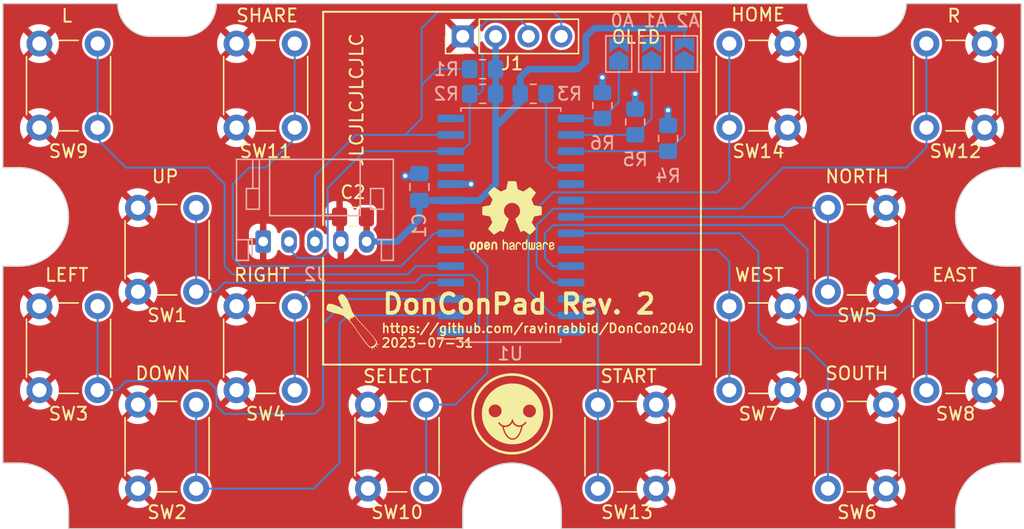
<source format=kicad_pcb>
(kicad_pcb (version 20230620) (generator pcbnew)
  (title_block (title "DonConPad") (date "2023-07-31") (rev "2") (company "ravinrabbid"))
  (layers (0 "F.Cu" signal) (31 "B.Cu" signal) (34 "B.Paste" user) (35 "F.Paste" user) (36 "B.SilkS" user "B.Silkscreen") (37 "F.SilkS" user "F.Silkscreen") (38 "B.Mask" user) (39 "F.Mask" user) (44 "Edge.Cuts" user))
  (net 0 "")
  (net 1 "GND")
  (net 2 "+3V3")
  (net 3 "SCL")
  (net 4 "SDA")
  (net 5 "Net-(JP1-A)")
  (net 6 "Net-(JP2-A)")
  (net 7 "Net-(JP3-A)")
  (net 8 "Net-(U1-~{RESET})")
  (net 9 "Net-(U1-GPB0)")
  (net 10 "Net-(U1-GPB1)")
  (net 11 "Net-(U1-GPB2)")
  (net 12 "Net-(U1-GPB3)")
  (net 13 "Net-(U1-GPA0)")
  (net 14 "Net-(U1-GPA1)")
  (net 15 "Net-(U1-GPA2)")
  (net 16 "Net-(U1-GPA3)")
  (net 17 "Net-(U1-GPB4)")
  (net 18 "Net-(U1-GPB5)")
  (net 19 "Net-(U1-GPB6)")
  (net 20 "Net-(U1-GPA4)")
  (net 21 "Net-(U1-GPA5)")
  (net 22 "Net-(U1-GPA6)")
  (footprint "Button_Switch_THT:SW_PUSH_6mm_H5mm" (layer "F.Cu") (at 157.77 85.8 90)
    (property "Reference" "SW14" (at -1.83 2.25 0) (layer "F.SilkS"))
    (property "Value" "Home")
    (pad "1" thru_hole circle (at 0 0 180) (size 2 2) (drill 1.1) (layers "*.Cu" "*.Mask") (net 22 "Net-(U1-GPA6)"))
    (pad "1" thru_hole circle (at 6.5 0 180) (size 2 2) (drill 1.1) (layers "*.Cu" "*.Mask") (net 22 "Net-(U1-GPA6)"))
    (pad "2" thru_hole circle (at 0 4.5 180) (size 2 2) (drill 1.1) (layers "*.Cu" "*.Mask") (net 1 "GND"))
    (pad "2" thru_hole circle (at 6.5 4.5 180) (size 2 2) (drill 1.1) (layers "*.Cu" "*.Mask") (net 1 "GND"))
  )
  (footprint "CustomLogos:Leek-Logo_6.3mm_Silkscreen" (layer "F.Cu") (at 128.66413 100.856962)
    (property "Reference" "LOGO2" hide)
    (property "Value" "LOGO" hide)
  )
  (footprint "Capacitor_SMD:C_0805_2012Metric_Pad1.18x1.45mm_HandSolder" (layer "F.Cu") (at 128.6725 92.71)
    (property "Reference" "C2" (at 0 -1.905 0) (layer "F.SilkS"))
    (property "Value" "10uF")
    (pad "1" smd roundrect (at -1.0375 0) (size 1.175 1.45) (layers "F.Cu" "F.Paste" "F.Mask") (roundrect_rratio 0.2127659574) (net 1 "GND"))
    (pad "2" smd roundrect (at 1.0375 0) (size 1.175 1.45) (layers "F.Cu" "F.Paste" "F.Mask") (roundrect_rratio 0.2127659574) (net 2 "+3V3"))
  )
  (footprint "Symbol:OSHW-Logo2_7.3x6mm_SilkScreen" (layer "F.Cu") (at 140.97 92.71)
    (property "Reference" "LOGO1" hide)
    (property "Value" "OSHW-Logo2_7.3x6mm_SilkScreen" hide)
  )
  (footprint "Connector_PinHeader_2.54mm:PinHeader_1x04_P2.54mm_Vertical" (layer "F.Cu") (at 137.16 78.74 90)
    (property "Reference" "J1" (at -2.097136 3.820004 0) (layer "F.SilkS"))
    (property "Value" "Display")
    (pad "1" thru_hole rect (at 0 0 90) (size 1.7 1.7) (drill 1) (layers "*.Cu" "*.Mask") (net 1 "GND"))
    (pad "2" thru_hole oval (at 0 2.54 90) (size 1.7 1.7) (drill 1) (layers "*.Cu" "*.Mask") (net 2 "+3V3"))
    (pad "3" thru_hole oval (at 0 5.08 90) (size 1.7 1.7) (drill 1) (layers "*.Cu" "*.Mask") (net 3 "SCL"))
    (pad "4" thru_hole oval (at 0 7.62 90) (size 1.7 1.7) (drill 1) (layers "*.Cu" "*.Mask") (net 4 "SDA"))
  )
  (footprint "Button_Switch_THT:SW_PUSH_6mm_H5mm" (layer "F.Cu") (at 157.77 106.12 90)
    (property "Reference" "SW7" (at -1.83 2.25 0) (layer "F.SilkS"))
    (property "Value" "West")
    (pad "1" thru_hole circle (at 0 0 180) (size 2 2) (drill 1.1) (layers "*.Cu" "*.Mask") (net 15 "Net-(U1-GPA2)"))
    (pad "1" thru_hole circle (at 6.5 0 180) (size 2 2) (drill 1.1) (layers "*.Cu" "*.Mask") (net 15 "Net-(U1-GPA2)"))
    (pad "2" thru_hole circle (at 0 4.5 180) (size 2 2) (drill 1.1) (layers "*.Cu" "*.Mask") (net 1 "GND"))
    (pad "2" thru_hole circle (at 6.5 4.5 180) (size 2 2) (drill 1.1) (layers "*.Cu" "*.Mask") (net 1 "GND"))
  )
  (footprint "Button_Switch_THT:SW_PUSH_6mm_H5mm" (layer "F.Cu") (at 173.01 106.12 90)
    (property "Reference" "SW8" (at -1.83 2.25 0) (layer "F.SilkS"))
    (property "Value" "East")
    (pad "1" thru_hole circle (at 0 0 180) (size 2 2) (drill 1.1) (layers "*.Cu" "*.Mask") (net 16 "Net-(U1-GPA3)"))
    (pad "1" thru_hole circle (at 6.5 0 180) (size 2 2) (drill 1.1) (layers "*.Cu" "*.Mask") (net 16 "Net-(U1-GPA3)"))
    (pad "2" thru_hole circle (at 0 4.5 180) (size 2 2) (drill 1.1) (layers "*.Cu" "*.Mask") (net 1 "GND"))
    (pad "2" thru_hole circle (at 6.5 4.5 180) (size 2 2) (drill 1.1) (layers "*.Cu" "*.Mask") (net 1 "GND"))
  )
  (footprint "Button_Switch_THT:SW_PUSH_6mm_H5mm" (layer "F.Cu") (at 124.17 79.3 -90)
    (property "Reference" "SW11" (at 8.33 2.25 180) (layer "F.SilkS"))
    (property "Value" "Share")
    (pad "1" thru_hole circle (at 0 0) (size 2 2) (drill 1.1) (layers "*.Cu" "*.Mask") (net 19 "Net-(U1-GPB6)"))
    (pad "1" thru_hole circle (at 6.5 0) (size 2 2) (drill 1.1) (layers "*.Cu" "*.Mask") (net 19 "Net-(U1-GPB6)"))
    (pad "2" thru_hole circle (at 0 4.5) (size 2 2) (drill 1.1) (layers "*.Cu" "*.Mask") (net 1 "GND"))
    (pad "2" thru_hole circle (at 6.5 4.5) (size 2 2) (drill 1.1) (layers "*.Cu" "*.Mask") (net 1 "GND"))
  )
  (footprint "CustomLogos:Donchan-Logo_6.3mm_Silkscreen" (layer "F.Cu") (at 140.97 107.95)
    (property "Reference" "LOGO3" hide)
    (property "Value" "Donchan-Logo_6.3mm_Silkscreen" hide)
  )
  (footprint "Button_Switch_THT:SW_PUSH_6mm_H5mm" (layer "F.Cu") (at 165.39 113.74 90)
    (property "Reference" "SW6" (at -1.83 2.25 0) (layer "F.SilkS"))
    (property "Value" "South")
    (pad "1" thru_hole circle (at 0 0 180) (size 2 2) (drill 1.1) (layers "*.Cu" "*.Mask") (net 14 "Net-(U1-GPA1)"))
    (pad "1" thru_hole circle (at 6.5 0 180) (size 2 2) (drill 1.1) (layers "*.Cu" "*.Mask") (net 14 "Net-(U1-GPA1)"))
    (pad "2" thru_hole circle (at 0 4.5 180) (size 2 2) (drill 1.1) (layers "*.Cu" "*.Mask") (net 1 "GND"))
    (pad "2" thru_hole circle (at 6.5 4.5 180) (size 2 2) (drill 1.1) (layers "*.Cu" "*.Mask") (net 1 "GND"))
  )
  (footprint "Button_Switch_THT:SW_PUSH_6mm_H5mm" (layer "F.Cu") (at 147.61 113.74 90)
    (property "Reference" "SW13" (at -1.83 2.25 0) (layer "F.SilkS"))
    (property "Value" "Start")
    (pad "1" thru_hole circle (at 0 0 180) (size 2 2) (drill 1.1) (layers "*.Cu" "*.Mask") (net 21 "Net-(U1-GPA5)"))
    (pad "1" thru_hole circle (at 6.5 0 180) (size 2 2) (drill 1.1) (layers "*.Cu" "*.Mask") (net 21 "Net-(U1-GPA5)"))
    (pad "2" thru_hole circle (at 0 4.5 180) (size 2 2) (drill 1.1) (layers "*.Cu" "*.Mask") (net 1 "GND"))
    (pad "2" thru_hole circle (at 6.5 4.5 180) (size 2 2) (drill 1.1) (layers "*.Cu" "*.Mask") (net 1 "GND"))
  )
  (footprint "Button_Switch_THT:SW_PUSH_6mm_H5mm" (layer "F.Cu") (at 116.55 92 -90)
    (property "Reference" "SW1" (at 8.33 2.25 180) (layer "F.SilkS"))
    (property "Value" "Up")
    (pad "1" thru_hole circle (at 0 0) (size 2 2) (drill 1.1) (layers "*.Cu" "*.Mask") (net 9 "Net-(U1-GPB0)"))
    (pad "1" thru_hole circle (at 6.5 0) (size 2 2) (drill 1.1) (layers "*.Cu" "*.Mask") (net 9 "Net-(U1-GPB0)"))
    (pad "2" thru_hole circle (at 0 4.5) (size 2 2) (drill 1.1) (layers "*.Cu" "*.Mask") (net 1 "GND"))
    (pad "2" thru_hole circle (at 6.5 4.5) (size 2 2) (drill 1.1) (layers "*.Cu" "*.Mask") (net 1 "GND"))
  )
  (footprint "Button_Switch_THT:SW_PUSH_6mm_H5mm" (layer "F.Cu") (at 173.01 85.8 90)
    (property "Reference" "SW12" (at -1.83 2.25 0) (layer "F.SilkS"))
    (property "Value" "R")
    (pad "1" thru_hole circle (at 0 0 180) (size 2 2) (drill 1.1) (layers "*.Cu" "*.Mask") (net 20 "Net-(U1-GPA4)"))
    (pad "1" thru_hole circle (at 6.5 0 180) (size 2 2) (drill 1.1) (layers "*.Cu" "*.Mask") (net 20 "Net-(U1-GPA4)"))
    (pad "2" thru_hole circle (at 0 4.5 180) (size 2 2) (drill 1.1) (layers "*.Cu" "*.Mask") (net 1 "GND"))
    (pad "2" thru_hole circle (at 6.5 4.5 180) (size 2 2) (drill 1.1) (layers "*.Cu" "*.Mask") (net 1 "GND"))
  )
  (footprint "Button_Switch_THT:SW_PUSH_6mm_H5mm" (layer "F.Cu") (at 108.93 99.62 -90)
    (property "Reference" "SW3" (at 8.33 2.25 180) (layer "F.SilkS"))
    (property "Value" "Left")
    (pad "1" thru_hole circle (at 0 0) (size 2 2) (drill 1.1) (layers "*.Cu" "*.Mask") (net 11 "Net-(U1-GPB2)"))
    (pad "1" thru_hole circle (at 6.5 0) (size 2 2) (drill 1.1) (layers "*.Cu" "*.Mask") (net 11 "Net-(U1-GPB2)"))
    (pad "2" thru_hole circle (at 0 4.5) (size 2 2) (drill 1.1) (layers "*.Cu" "*.Mask") (net 1 "GND"))
    (pad "2" thru_hole circle (at 6.5 4.5) (size 2 2) (drill 1.1) (layers "*.Cu" "*.Mask") (net 1 "GND"))
  )
  (footprint "Button_Switch_THT:SW_PUSH_6mm_H5mm" (layer "F.Cu") (at 124.17 99.62 -90)
    (property "Reference" "SW4" (at 8.33 2.25 180) (layer "F.SilkS"))
    (property "Value" "Right")
    (pad "1" thru_hole circle (at 0 0) (size 2 2) (drill 1.1) (layers "*.Cu" "*.Mask") (net 12 "Net-(U1-GPB3)"))
    (pad "1" thru_hole circle (at 6.5 0) (size 2 2) (drill 1.1) (layers "*.Cu" "*.Mask") (net 12 "Net-(U1-GPB3)"))
    (pad "2" thru_hole circle (at 0 4.5) (size 2 2) (drill 1.1) (layers "*.Cu" "*.Mask") (net 1 "GND"))
    (pad "2" thru_hole circle (at 6.5 4.5) (size 2 2) (drill 1.1) (layers "*.Cu" "*.Mask") (net 1 "GND"))
  )
  (footprint "Button_Switch_THT:SW_PUSH_6mm_H5mm" (layer "F.Cu") (at 165.39 98.5 90)
    (property "Reference" "SW5" (at -1.83 2.25 0) (layer "F.SilkS"))
    (property "Value" "North")
    (pad "1" thru_hole circle (at 0 0 180) (size 2 2) (drill 1.1) (layers "*.Cu" "*.Mask") (net 13 "Net-(U1-GPA0)"))
    (pad "1" thru_hole circle (at 6.5 0 180) (size 2 2) (drill 1.1) (layers "*.Cu" "*.Mask") (net 13 "Net-(U1-GPA0)"))
    (pad "2" thru_hole circle (at 0 4.5 180) (size 2 2) (drill 1.1) (layers "*.Cu" "*.Mask") (net 1 "GND"))
    (pad "2" thru_hole circle (at 6.5 4.5 180) (size 2 2) (drill 1.1) (layers "*.Cu" "*.Mask") (net 1 "GND"))
  )
  (footprint "Button_Switch_THT:SW_PUSH_6mm_H5mm" (layer "F.Cu") (at 108.93 79.3 -90)
    (property "Reference" "SW9" (at 8.33 2.25 180) (layer "F.SilkS"))
    (property "Value" "L")
    (pad "1" thru_hole circle (at 0 0) (size 2 2) (drill 1.1) (layers "*.Cu" "*.Mask") (net 17 "Net-(U1-GPB4)"))
    (pad "1" thru_hole circle (at 6.5 0) (size 2 2) (drill 1.1) (layers "*.Cu" "*.Mask") (net 17 "Net-(U1-GPB4)"))
    (pad "2" thru_hole circle (at 0 4.5) (size 2 2) (drill 1.1) (layers "*.Cu" "*.Mask") (net 1 "GND"))
    (pad "2" thru_hole circle (at 6.5 4.5) (size 2 2) (drill 1.1) (layers "*.Cu" "*.Mask") (net 1 "GND"))
  )
  (footprint "Button_Switch_THT:SW_PUSH_6mm_H5mm" (layer "F.Cu") (at 134.33 107.24 -90)
    (property "Reference" "SW10" (at 8.33 2.25 180) (layer "F.SilkS"))
    (property "Value" "Select")
    (pad "1" thru_hole circle (at 0 0) (size 2 2) (drill 1.1) (layers "*.Cu" "*.Mask") (net 18 "Net-(U1-GPB5)"))
    (pad "1" thru_hole circle (at 6.5 0) (size 2 2) (drill 1.1) (layers "*.Cu" "*.Mask") (net 18 "Net-(U1-GPB5)"))
    (pad "2" thru_hole circle (at 0 4.5) (size 2 2) (drill 1.1) (layers "*.Cu" "*.Mask") (net 1 "GND"))
    (pad "2" thru_hole circle (at 6.5 4.5) (size 2 2) (drill 1.1) (layers "*.Cu" "*.Mask") (net 1 "GND"))
  )
  (footprint "Button_Switch_THT:SW_PUSH_6mm_H5mm" (layer "F.Cu") (at 116.55 107.24 -90)
    (property "Reference" "SW2" (at 8.33 2.25 180) (layer "F.SilkS"))
    (property "Value" "Down")
    (pad "1" thru_hole circle (at 0 0) (size 2 2) (drill 1.1) (layers "*.Cu" "*.Mask") (net 10 "Net-(U1-GPB1)"))
    (pad "1" thru_hole circle (at 6.5 0) (size 2 2) (drill 1.1) (layers "*.Cu" "*.Mask") (net 10 "Net-(U1-GPB1)"))
    (pad "2" thru_hole circle (at 0 4.5) (size 2 2) (drill 1.1) (layers "*.Cu" "*.Mask") (net 1 "GND"))
    (pad "2" thru_hole circle (at 6.5 4.5) (size 2 2) (drill 1.1) (layers "*.Cu" "*.Mask") (net 1 "GND"))
  )
  (footprint "Jumper:SolderJumper-2_P1.3mm_Open_TrianglePad1.0x1.5mm" (layer "B.Cu") (at 149.225 80.1 90)
    (property "Reference" "JP1" hide)
    (property "Value" "A0")
    (pad "1" smd custom (at -0.725 0 90) (size 0.3 0.3) (layers "B.Cu" "B.Mask") (net 5 "Net-(JP1-A)") (options (clearance outline) (anchor rect)) (primitives (gr_poly (pts (xy 1 0) (xy 0.5 -0.75) (xy -0.5 -0.75) (xy -0.5 0.75) (xy 0.5 0.75)) (width 0) (fill yes))))
    (pad "2" smd custom (at 0.725 0 90) (size 0.3 0.3) (layers "B.Cu" "B.Mask") (net 2 "+3V3") (options (clearance outline) (anchor rect)) (primitives (gr_poly (pts (xy 0.5 -0.75) (xy -0.65 -0.75) (xy -0.15 0) (xy -0.65 0.75) (xy 0.5 0.75)) (width 0) (fill yes))))
  )
  (footprint "Connector_JST:JST_PH_S5B-PH-K_1x05_P2.00mm_Horizontal" (layer "B.Cu") (at 121.73 94.615)
    (property "Reference" "J2" (at 4 2.55 0) (layer "B.SilkS") (effects (justify mirror)))
    (property "Value" "Host")
    (pad "1" thru_hole roundrect (at 0 0) (size 1.2 1.75) (drill 0.75) (layers "*.Cu" "*.Mask") (roundrect_rratio 0.2083333333) (net 1 "GND"))
    (pad "2" thru_hole oval (at 2 0) (size 1.2 1.75) (drill 0.75) (layers "*.Cu" "*.Mask") (net 3 "SCL"))
    (pad "3" thru_hole oval (at 4 0) (size 1.2 1.75) (drill 0.75) (layers "*.Cu" "*.Mask") (net 4 "SDA"))
    (pad "4" thru_hole oval (at 6 0) (size 1.2 1.75) (drill 0.75) (layers "*.Cu" "*.Mask") (net 1 "GND"))
    (pad "5" thru_hole oval (at 8 0) (size 1.2 1.75) (drill 0.75) (layers "*.Cu" "*.Mask") (net 2 "+3V3"))
  )
  (footprint "Resistor_SMD:R_0805_2012Metric_Pad1.20x1.40mm_HandSolder" (layer "B.Cu") (at 147.955 84.09 90)
    (property "Reference" "R6" (at -2.905 0 0) (layer "B.SilkS") (effects (justify mirror)))
    (property "Value" "10k")
    (pad "1" smd roundrect (at -1 0 90) (size 1.2 1.4) (layers "B.Cu" "B.Paste" "B.Mask") (roundrect_rratio 0.2083333333) (net 5 "Net-(JP1-A)"))
    (pad "2" smd roundrect (at 1 0 90) (size 1.2 1.4) (layers "B.Cu" "B.Paste" "B.Mask") (roundrect_rratio 0.2083333333) (net 1 "GND"))
  )
  (footprint "Resistor_SMD:R_0805_2012Metric_Pad1.20x1.40mm_HandSolder" (layer "B.Cu") (at 138.7 83.185 180)
    (property "Reference" "R2" (at 2.81 0 180) (layer "B.SilkS") (effects (justify mirror)))
    (property "Value" "10k")
    (pad "1" smd roundrect (at -1 0 180) (size 1.2 1.4) (layers "B.Cu" "B.Paste" "B.Mask") (roundrect_rratio 0.2083333333) (net 2 "+3V3"))
    (pad "2" smd roundrect (at 1 0 180) (size 1.2 1.4) (layers "B.Cu" "B.Paste" "B.Mask") (roundrect_rratio 0.2083333333) (net 3 "SCL"))
  )
  (footprint "Jumper:SolderJumper-2_P1.3mm_Open_TrianglePad1.0x1.5mm" (layer "B.Cu") (at 154.305 80.1 90)
    (property "Reference" "JP3" hide)
    (property "Value" "A2")
    (pad "1" smd custom (at -0.725 0 90) (size 0.3 0.3) (layers "B.Cu" "B.Mask") (net 7 "Net-(JP3-A)") (options (clearance outline) (anchor rect)) (primitives (gr_poly (pts (xy 1 0) (xy 0.5 -0.75) (xy -0.5 -0.75) (xy -0.5 0.75) (xy 0.5 0.75)) (width 0) (fill yes))))
    (pad "2" smd custom (at 0.725 0 90) (size 0.3 0.3) (layers "B.Cu" "B.Mask") (net 2 "+3V3") (options (clearance outline) (anchor rect)) (primitives (gr_poly (pts (xy 0.5 -0.75) (xy -0.65 -0.75) (xy -0.15 0) (xy -0.65 0.75) (xy 0.5 0.75)) (width 0) (fill yes))))
  )
  (footprint "Resistor_SMD:R_0805_2012Metric_Pad1.20x1.40mm_HandSolder" (layer "B.Cu") (at 138.7 81.28 180)
    (property "Reference" "R1" (at 2.81 0 180) (layer "B.SilkS") (effects (justify mirror)))
    (property "Value" "10k")
    (pad "1" smd roundrect (at -1 0 180) (size 1.2 1.4) (layers "B.Cu" "B.Paste" "B.Mask") (roundrect_rratio 0.2083333333) (net 2 "+3V3"))
    (pad "2" smd roundrect (at 1 0 180) (size 1.2 1.4) (layers "B.Cu" "B.Paste" "B.Mask") (roundrect_rratio 0.2083333333) (net 4 "SDA"))
  )
  (footprint "Resistor_SMD:R_0805_2012Metric_Pad1.20x1.40mm_HandSolder" (layer "B.Cu") (at 142.605 83.185)
    (property "Reference" "R3" (at 2.81 0 0) (layer "B.SilkS") (effects (justify mirror)))
    (property "Value" "10k")
    (pad "1" smd roundrect (at -1 0) (size 1.2 1.4) (layers "B.Cu" "B.Paste" "B.Mask") (roundrect_rratio 0.2083333333) (net 2 "+3V3"))
    (pad "2" smd roundrect (at 1 0) (size 1.2 1.4) (layers "B.Cu" "B.Paste" "B.Mask") (roundrect_rratio 0.2083333333) (net 8 "Net-(U1-~{RESET})"))
  )
  (footprint "Package_SO:SOIC-28W_7.5x17.9mm_P1.27mm" (layer "B.Cu") (at 140.881072 93.345)
    (property "Reference" "U1" (at -0.051327 9.95347 0) (layer "B.SilkS") (effects (justify mirror)))
    (property "Value" "MCP23017_SO")
    (pad "1" smd roundrect (at -4.65 8.255) (size 2.05 0.6) (layers "B.Cu" "B.Paste" "B.Mask") (net 9 "Net-(U1-GPB0)"))
    (pad "2" smd roundrect (at -4.65 6.985) (size 2.05 0.6) (layers "B.Cu" "B.Paste" "B.Mask") (net 10 "Net-(U1-GPB1)"))
    (pad "3" smd roundrect (at -4.65 5.715) (size 2.05 0.6) (layers "B.Cu" "B.Paste" "B.Mask") (net 11 "Net-(U1-GPB2)"))
    (pad "4" smd roundrect (at -4.65 4.445) (size 2.05 0.6) (layers "B.Cu" "B.Paste" "B.Mask") (net 12 "Net-(U1-GPB3)"))
    (pad "5" smd roundrect (at -4.65 3.175) (size 2.05 0.6) (layers "B.Cu" "B.Paste" "B.Mask") (net 17 "Net-(U1-GPB4)"))
    (pad "6" smd roundrect (at -4.65 1.905) (size 2.05 0.6) (layers "B.Cu" "B.Paste" "B.Mask") (net 18 "Net-(U1-GPB5)"))
    (pad "7" smd roundrect (at -4.65 0.635) (size 2.05 0.6) (layers "B.Cu" "B.Paste" "B.Mask") (net 19 "Net-(U1-GPB6)"))
    (pad "8" smd roundrect (at -4.65 -0.635) (size 2.05 0.6) (layers "B.Cu" "B.Paste" "B.Mask"))
    (pad "9" smd roundrect (at -4.65 -1.905) (size 2.05 0.6) (layers "B.Cu" "B.Paste" "B.Mask") (net 2 "+3V3"))
    (pad "10" smd roundrect (at -4.65 -3.175) (size 2.05 0.6) (layers "B.Cu" "B.Paste" "B.Mask") (net 1 "GND"))
    (pad "11" smd roundrect (at -4.65 -4.445) (size 2.05 0.6) (layers "B.Cu" "B.Paste" "B.Mask"))
    (pad "12" smd roundrect (at -4.65 -5.715) (size 2.05 0.6) (layers "B.Cu" "B.Paste" "B.Mask") (net 3 "SCL"))
    (pad "13" smd roundrect (at -4.65 -6.985) (size 2.05 0.6) (layers "B.Cu" "B.Paste" "B.Mask") (net 4 "SDA"))
    (pad "14" smd roundrect (at -4.65 -8.255) (size 2.05 0.6) (layers "B.Cu" "B.Paste" "B.Mask"))
    (pad "15" smd roundrect (at 4.65 -8.255) (size 2.05 0.6) (layers "B.Cu" "B.Paste" "B.Mask") (net 5 "Net-(JP1-A)"))
    (pad "16" smd roundrect (at 4.65 -6.985) (size 2.05 0.6) (layers "B.Cu" "B.Paste" "B.Mask") (net 6 "Net-(JP2-A)"))
    (pad "17" smd roundrect (at 4.65 -5.715) (size 2.05 0.6) (layers "B.Cu" "B.Paste" "B.Mask") (net 7 "Net-(JP3-A)"))
    (pad "18" smd roundrect (at 4.65 -4.445) (size 2.05 0.6) (layers "B.Cu" "B.Paste" "B.Mask") (net 8 "Net-(U1-~{RESET})"))
    (pad "19" smd roundrect (at 4.65 -3.175) (size 2.05 0.6) (layers "B.Cu" "B.Paste" "B.Mask"))
    (pad "20" smd roundrect (at 4.65 -1.905) (size 2.05 0.6) (layers "B.Cu" "B.Paste" "B.Mask"))
    (pad "21" smd roundrect (at 4.65 -0.635) (size 2.05 0.6) (layers "B.Cu" "B.Paste" "B.Mask") (net 13 "Net-(U1-GPA0)"))
    (pad "22" smd roundrect (at 4.65 0.635) (size 2.05 0.6) (layers "B.Cu" "B.Paste" "B.Mask") (net 14 "Net-(U1-GPA1)"))
    (pad "23" smd roundrect (at 4.65 1.905) (size 2.05 0.6) (layers "B.Cu" "B.Paste" "B.Mask") (net 15 "Net-(U1-GPA2)"))
    (pad "24" smd roundrect (at 4.65 3.175) (size 2.05 0.6) (layers "B.Cu" "B.Paste" "B.Mask") (net 16 "Net-(U1-GPA3)"))
    (pad "25" smd roundrect (at 4.65 4.445) (size 2.05 0.6) (layers "B.Cu" "B.Paste" "B.Mask") (net 20 "Net-(U1-GPA4)"))
    (pad "26" smd roundrect (at 4.65 5.715) (size 2.05 0.6) (layers "B.Cu" "B.Paste" "B.Mask") (net 21 "Net-(U1-GPA5)"))
    (pad "27" smd roundrect (at 4.65 6.985) (size 2.05 0.6) (layers "B.Cu" "B.Paste" "B.Mask") (net 22 "Net-(U1-GPA6)"))
    (pad "28" smd roundrect (at 4.65 8.255) (size 2.05 0.6) (layers "B.Cu" "B.Paste" "B.Mask"))
  )
  (footprint "Jumper:SolderJumper-2_P1.3mm_Open_TrianglePad1.0x1.5mm" (layer "B.Cu") (at 151.765 80.1 90)
    (property "Reference" "JP2" hide)
    (property "Value" "A1")
    (pad "1" smd custom (at -0.725 0 90) (size 0.3 0.3) (layers "B.Cu" "B.Mask") (net 6 "Net-(JP2-A)") (options (clearance outline) (anchor rect)) (primitives (gr_poly (pts (xy 1 0) (xy 0.5 -0.75) (xy -0.5 -0.75) (xy -0.5 0.75) (xy 0.5 0.75)) (width 0) (fill yes))))
    (pad "2" smd custom (at 0.725 0 90) (size 0.3 0.3) (layers "B.Cu" "B.Mask") (net 2 "+3V3") (options (clearance outline) (anchor rect)) (primitives (gr_poly (pts (xy 0.5 -0.75) (xy -0.65 -0.75) (xy -0.15 0) (xy -0.65 0.75) (xy 0.5 0.75)) (width 0) (fill yes))))
  )
  (footprint "Resistor_SMD:R_0805_2012Metric_Pad1.20x1.40mm_HandSolder" (layer "B.Cu") (at 150.495 85.36 90)
    (property "Reference" "R5" (at -2.905 0 0) (layer "B.SilkS") (effects (justify mirror)))
    (property "Value" "10k")
    (pad "1" smd roundrect (at -1 0 90) (size 1.2 1.4) (layers "B.Cu" "B.Paste" "B.Mask") (roundrect_rratio 0.2083333333) (net 6 "Net-(JP2-A)"))
    (pad "2" smd roundrect (at 1 0 90) (size 1.2 1.4) (layers "B.Cu" "B.Paste" "B.Mask") (roundrect_rratio 0.2083333333) (net 1 "GND"))
  )
  (footprint "Capacitor_SMD:C_0805_2012Metric_Pad1.18x1.45mm_HandSolder" (layer "B.Cu") (at 133.809075 90.4025 -90)
    (property "Reference" "C1" (at 2.966704 0.006427 90) (layer "B.SilkS") (effects (justify mirror)))
    (property "Value" "0.1uF")
    (pad "1" smd roundrect (at -1.0375 0 270) (size 1.175 1.45) (layers "B.Cu" "B.Paste" "B.Mask") (roundrect_rratio 0.2127659574) (net 1 "GND"))
    (pad "2" smd roundrect (at 1.0375 0 270) (size 1.175 1.45) (layers "B.Cu" "B.Paste" "B.Mask") (roundrect_rratio 0.2127659574) (net 2 "+3V3"))
  )
  (footprint "Resistor_SMD:R_0805_2012Metric_Pad1.20x1.40mm_HandSolder" (layer "B.Cu") (at 153.035 86.63 90)
    (property "Reference" "R4" (at -2.905 0.007139 0) (layer "B.SilkS") (effects (justify mirror)))
    (property "Value" "10k")
    (pad "1" smd roundrect (at -1 0 90) (size 1.2 1.4) (layers "B.Cu" "B.Paste" "B.Mask") (roundrect_rratio 0.2083333333) (net 7 "Net-(JP3-A)"))
    (pad "2" smd roundrect (at 1 0 90) (size 1.2 1.4) (layers "B.Cu" "B.Paste" "B.Mask") (roundrect_rratio 0.2083333333) (net 1 "GND"))
  )
  (gr_line (start 126.365 76.835) (end 126.365 93.345) (stroke (width 0.15)) (layer "F.SilkS"))
  (gr_line (start 126.365 104.14) (end 155.575 104.14) (stroke (width 0.15)) (layer "F.SilkS"))
  (gr_line (start 155.575 104.14) (end 155.575 76.835) (stroke (width 0.15)) (layer "F.SilkS"))
  (gr_line (start 126.365 95.885) (end 126.365 104.14) (stroke (width 0.15)) (layer "F.SilkS"))
  (gr_line (start 126.365 76.835) (end 155.575 76.835) (stroke (width 0.15)) (layer "F.SilkS"))
  (gr_arc (start 102.87 88.9) (mid 106.68 92.71) (end 102.87 96.52) (stroke (width 0.1)) (layer "Edge.Cuts"))
  (gr_line (start 180.34 111.76) (end 180.34 96.52) (stroke (width 0.1)) (layer "Edge.Cuts"))
  (gr_line (start 110.49 76.2) (end 101.6 76.2) (stroke (width 0.1)) (layer "Edge.Cuts"))
  (gr_line (start 179.07 111.76) (end 180.34 111.76) (stroke (width 0.1)) (layer "Edge.Cuts"))
  (gr_line (start 171.45 76.2) (end 180.34 76.2) (stroke (width 0.1)) (layer "Edge.Cuts"))
  (gr_line (start 163.83 76.2) (end 118.11 76.2) (stroke (width 0.1)) (layer "Edge.Cuts"))
  (gr_arc (start 175.26 115.57) (mid 176.375923 112.875923) (end 179.07 111.76) (stroke (width 0.1)) (layer "Edge.Cuts"))
  (gr_line (start 106.68 115.57) (end 106.68 116.84) (stroke (width 0.1)) (layer "Edge.Cuts"))
  (gr_arc (start 102.87 111.76) (mid 105.564077 112.875923) (end 106.68 115.57) (stroke (width 0.1)) (layer "Edge.Cuts"))
  (gr_arc (start 113.03 78.74) (mid 111.233949 77.996051) (end 110.49 76.2) (stroke (width 0.1)) (layer "Edge.Cuts"))
  (gr_line (start 180.34 88.9) (end 180.34 76.2) (stroke (width 0.1)) (layer "Edge.Cuts"))
  (gr_line (start 179.07 88.9) (end 180.34 88.9) (stroke (width 0.1)) (layer "Edge.Cuts"))
  (gr_line (start 113.03 78.74) (end 115.57 78.74) (stroke (width 0.1)) (layer "Edge.Cuts"))
  (gr_arc (start 137.16 115.57) (mid 140.97 111.76) (end 144.78 115.57) (stroke (width 0.1)) (layer "Edge.Cuts"))
  (gr_line (start 144.78 115.57) (end 144.78 116.84) (stroke (width 0.1)) (layer "Edge.Cuts"))
  (gr_line (start 101.6 96.52) (end 101.6 111.76) (stroke (width 0.1)) (layer "Edge.Cuts"))
  (gr_line (start 102.87 88.9) (end 101.6 88.9) (stroke (width 0.1)) (layer "Edge.Cuts"))
  (gr_line (start 106.68 116.84) (end 137.16 116.84) (stroke (width 0.1)) (layer "Edge.Cuts"))
  (gr_arc (start 118.11 76.2) (mid 117.366051 77.996051) (end 115.57 78.74) (stroke (width 0.1)) (layer "Edge.Cuts"))
  (gr_arc (start 171.45 76.2) (mid 170.706051 77.996051) (end 168.91 78.74) (stroke (width 0.1)) (layer "Edge.Cuts"))
  (gr_line (start 144.78 116.84) (end 175.26 116.84) (stroke (width 0.1)) (layer "Edge.Cuts"))
  (gr_arc (start 166.37 78.74) (mid 164.573949 77.996051) (end 163.83 76.2) (stroke (width 0.1)) (layer "Edge.Cuts"))
  (gr_line (start 175.26 115.57) (end 175.26 116.84) (stroke (width 0.1)) (layer "Edge.Cuts"))
  (gr_line (start 166.37 78.74) (end 168.91 78.74) (stroke (width 0.1)) (layer "Edge.Cuts"))
  (gr_line (start 102.87 96.52) (end 101.6 96.52) (stroke (width 0.1)) (layer "Edge.Cuts"))
  (gr_line (start 179.07 96.52) (end 180.34 96.52) (stroke (width 0.1)) (layer "Edge.Cuts"))
  (gr_line (start 137.16 115.57) (end 137.16 116.84) (stroke (width 0.1)) (layer "Edge.Cuts"))
  (gr_line (start 102.87 111.76) (end 101.6 111.76) (stroke (width 0.1)) (layer "Edge.Cuts"))
  (gr_arc (start 179.07 96.52) (mid 175.26 92.71) (end 179.07 88.9) (stroke (width 0.1)) (layer "Edge.Cuts"))
  (gr_line (start 101.6 88.9) (end 101.6 76.2) (stroke (width 0.1)) (layer "Edge.Cuts"))
  (gr_text "A0" (at 150.495 78.105 0) (layer "B.SilkS") (effects (font (size 1 1)) (justify left bottom mirror)))
  (gr_text "A2" (at 155.575 78.105 0) (layer "B.SilkS") (effects (font (size 1 1)) (justify left bottom mirror)))
  (gr_text "A1" (at 153.035 78.105 0) (layer "B.SilkS") (effects (font (size 1 1)) (justify left bottom mirror)))
  (gr_text "UP" (at 113.03 90.17 0) (layer "F.SilkS") (effects (font (size 1 1)) (justify left bottom)))
  (gr_text "EAST" (at 173.355 97.79 0) (layer "F.SilkS") (effects (font (size 1 1)) (justify left bottom)))
  (gr_text "DOWN" (at 111.76 105.41 0) (layer "F.SilkS") (effects (font (size 1 1)) (justify left bottom)))
  (gr_text "R" (at 174.53782 77.729941 0) (layer "F.SilkS") (effects (font (size 1 1)) (justify left bottom)))
  (gr_text "L" (at 106.045 77.731676 0) (layer "F.SilkS") (effects (font (size 1 1)) (justify left bottom)))
  (gr_text "WEST" (at 158.115 97.79 0) (layer "F.SilkS") (effects (font (size 1 1)) (justify left bottom)))
  (gr_text "NORTH" (at 165.1 90.17 0) (layer "F.SilkS") (effects (font (size 1 1)) (justify left bottom)))
  (gr_text "LEFT" (at 104.775 97.79 0) (layer "F.SilkS") (effects (font (size 1 1)) (justify left bottom)))
  (gr_text "JLCJLCJLCJLC" (at 129.54 88.9 90) (layer "F.SilkS") (effects (font (size 1 1)) (justify left bottom)))
  (gr_text "SELECT" (at 129.368163 105.628063 0) (layer "F.SilkS") (effects (font (size 1 1)) (justify left bottom)))
  (gr_text "START" (at 147.71425 105.621076 0) (layer "F.SilkS") (effects (font (size 1 1)) (justify left bottom)))
  (gr_text "SHARE" (at 119.55968 77.710315 0) (layer "F.SilkS") (effects (font (size 1 1)) (justify left bottom)))
  (gr_text "RIGHT" (at 119.38 97.79 0) (layer "F.SilkS") (effects (font (size 1 1)) (justify left bottom)))
  (gr_text "https://github.com/ravinrabbid/DonCon2040\n${ISSUE_DATE}" (at 130.81 102.87 0) (layer "F.SilkS") (effects (font (size 0.7 0.7) (thickness 0.125) bold) (justify left bottom)))
  (gr_text "HOME" (at 157.816088 77.6456 0) (layer "F.SilkS") (effects (font (size 1 1)) (justify left bottom)))
  (gr_text "${TITLE} Rev. ${REVISION}" (at 130.81 100.33 0) (layer "F.SilkS") (effects (font (size 1.5 1.5) (thickness 0.3) bold) (justify left bottom)))
  (gr_text "SOUTH" (at 165.1 105.41 0) (layer "F.SilkS") (effects (font (size 1 1)) (justify left bottom)))
  (gr_text "OLED" (at 148.59 79.375 0) (layer "F.SilkS") (effects (font (size 1 1)) (justify left bottom)))
  (via (at 147.955 81.915) (size 0.6604) (drill 0.3302) (layers "F.Cu" "B.Cu") (net 1))
  (via (at 137.795 90.17) (size 0.6604) (drill 0.3302) (layers "F.Cu" "B.Cu") (net 1))
  (via (at 153.035 84.455) (size 0.6604) (drill 0.3302) (layers "F.Cu" "B.Cu") (net 1))
  (via (at 150.495 83.185) (size 0.6604) (drill 0.3302) (layers "F.Cu" "B.Cu") (net 1))
  (via (at 132.715 89.535) (size 0.6604) (drill 0.3302) (layers "F.Cu" "B.Cu") (net 1))
  (segment (start 150.495 84.36) (end 150.495 83.185) (width 0.508) (layer "B.Cu") (net 1))
  (segment (start 132.715 89.535) (end 133.639075 89.535) (width 0.508) (layer "B.Cu") (net 1))
  (segment (start 133.639075 89.535) (end 133.809075 89.365) (width 0.508) (layer "B.Cu") (net 1))
  (segment (start 136.231072 90.17) (end 137.795 90.17) (width 0.508) (layer "B.Cu") (net 1))
  (segment (start 153.035 85.63) (end 153.035 84.455) (width 0.508) (layer "B.Cu") (net 1))
  (segment (start 147.955 83.09) (end 147.955 81.915) (width 0.508) (layer "B.Cu") (net 1))
  (segment (start 129.73 94.615) (end 129.73 92.73) (width 0.508) (layer "F.Cu") (net 2))
  (segment (start 129.73 92.73) (end 129.71 92.71) (width 0.508) (layer "F.Cu") (net 2))
  (segment (start 139.7 90.17) (end 139.7 85.725) (width 0.508) (layer "B.Cu") (net 2))
  (segment (start 149.225 78.74) (end 149.225 78.105) (width 0.1524) (layer "B.Cu") (net 2))
  (segment (start 147.32 78.105) (end 146.685 78.74) (width 0.508) (layer "B.Cu") (net 2))
  (segment (start 149.225 78.105) (end 147.32 78.105) (width 0.508) (layer "B.Cu") (net 2))
  (segment (start 132.08 94.615) (end 133.809075 92.885925) (width 0.508) (layer "B.Cu") (net 2))
  (segment (start 136.231072 91.44) (end 138.43 91.44) (width 0.508) (layer "B.Cu") (net 2))
  (segment (start 146.05 81.28) (end 142.24 81.28) (width 0.508) (layer "B.Cu") (net 2))
  (segment (start 146.685 78.74) (end 146.685 80.645) (width 0.508) (layer "B.Cu") (net 2))
  (segment (start 154.305 79.375) (end 154.305 78.74) (width 0.1524) (layer "B.Cu") (net 2))
  (segment (start 133.809075 92.885925) (end 133.809075 91.44) (width 0.508) (layer "B.Cu") (net 2))
  (segment (start 142.24 81.28) (end 141.605 81.915) (width 0.508) (layer "B.Cu") (net 2))
  (segment (start 138.43 91.44) (end 139.7 90.17) (width 0.508) (layer "B.Cu") (net 2))
  (segment (start 151.765 79.375) (end 151.765 78.105) (width 0.1524) (layer "B.Cu") (net 2))
  (segment (start 129.73 94.615) (end 132.08 94.615) (width 0.508) (layer "B.Cu") (net 2))
  (segment (start 139.7 81.28) (end 139.7 83.185) (width 0.508) (layer "B.Cu") (net 2))
  (segment (start 146.685 80.645) (end 146.05 81.28) (width 0.508) (layer "B.Cu") (net 2))
  (segment (start 141.605 81.915) (end 141.605 83.185) (width 0.508) (layer "B.Cu") (net 2))
  (segment (start 139.7 85.725) (end 139.7 83.185) (width 0.508) (layer "B.Cu") (net 2))
  (segment (start 149.225 79.375) (end 149.225 78.74) (width 0.1524) (layer "B.Cu") (net 2))
  (segment (start 133.809075 91.44) (end 136.231072 91.44) (width 0.508) (layer "B.Cu") (net 2))
  (segment (start 141.605 83.82) (end 139.7 85.725) (width 0.508) (layer "B.Cu") (net 2))
  (segment (start 154.305 78.74) (end 154.305 78.105) (width 0.1524) (layer "B.Cu") (net 2))
  (segment (start 141.605 83.185) (end 141.605 83.82) (width 0.508) (layer "B.Cu") (net 2))
  (segment (start 154.305 78.105) (end 149.225 78.105) (width 0.508) (layer "B.Cu") (net 2))
  (segment (start 139.7 78.74) (end 139.7 81.28) (width 0.508) (layer "B.Cu") (net 2))
  (segment (start 138.43 78.105) (end 138.43 79.92042) (width 0.1524) (layer "B.Cu") (net 3))
  (segment (start 138.43 83.185) (end 137.7 83.185) (width 0.1524) (layer "B.Cu") (net 3))
  (segment (start 138.43 79.92042) (end 138.70528 80.1957) (width 0.1524) (layer "B.Cu") (net 3))
  (segment (start 126.716848 90.453152) (end 129.54 87.63) (width 0.1524) (layer "B.Cu") (net 3))
  (segment (start 142.24 78.105) (end 141.605 77.47) (width 0.1524) (layer "B.Cu") (net 3))
  (segment (start 136.231072 87.63) (end 137.065 87.63) (width 0.1524) (layer "B.Cu") (net 3))
  (segment (start 129.54 87.63) (end 136.231072 87.63) (width 0.1524) (layer "B.Cu") (net 3))
  (segment (start 137.7 86.995) (end 137.7 83.185) (width 0.1524) (layer "B.Cu") (net 3))
  (segment (start 138.70528 80.1957) (end 138.70528 82.90972) (width 0.1524) (layer "B.Cu") (net 3))
  (segment (start 137.065 87.63) (end 137.7 86.995) (width 0.1524) (layer "B.Cu") (net 3))
  (segment (start 124.4125 95.885) (end 126.221734 95.885) (width 0.1524) (layer "B.Cu") (net 3))
  (segment (start 123.73 95.2025) (end 124.4125 95.885) (width 0.1524) (layer "B.Cu") (net 3))
  (segment (start 138.70528 82.90972) (end 138.43 83.185) (width 0.1524) (layer "B.Cu") (net 3))
  (segment (start 123.73 94.615) (end 123.73 95.2025) (width 0.1524) (layer "B.Cu") (net 3))
  (segment (start 141.605 77.47) (end 139.065 77.47) (width 0.1524) (layer "B.Cu") (net 3))
  (segment (start 142.24 78.74) (end 142.24 78.105) (width 0.1524) (layer "B.Cu") (net 3))
  (segment (start 139.065 77.47) (end 138.43 78.105) (width 0.1524) (layer "B.Cu") (net 3))
  (segment (start 126.221734 95.885) (end 126.716848 95.389886) (width 0.1524) (layer "B.Cu") (net 3))
  (segment (start 126.716848 95.389886) (end 126.716848 90.453152) (width 0.1524) (layer "B.Cu") (net 3))
  (segment (start 144.78 78.74) (end 144.78 77.47) (width 0.1524) (layer "B.Cu") (net 4))
  (segment (start 133.985 85.09) (end 133.985 82.55) (width 0.1524) (layer "B.Cu") (net 4))
  (segment (start 144.78 77.47) (end 144.145 76.835) (width 0.1524) (layer "B.Cu") (net 4))
  (segment (start 128.905 86.36) (end 133.35 86.36) (width 0.1524) (layer "B.Cu") (net 4))
  (segment (start 133.985 82.5025) (end 135.2075 81.28) (width 0.1524) (layer "B.Cu") (net 4))
  (segment (start 144.145 76.835) (end 135.255 76.835) (width 0.1524) (layer "B.Cu") (net 4))
  (segment (start 135.2075 81.28) (end 137.7 81.28) (width 0.1524) (layer "B.Cu") (net 4))
  (segment (start 136.231072 86.36) (end 133.35 86.36) (width 0.1524) (layer "B.Cu") (net 4))
  (segment (start 133.985 82.55) (end 133.985 82.5025) (width 0.1524) (layer "B.Cu") (net 4))
  (segment (start 133.985 78.105) (end 133.985 82.55) (width 0.1524) (layer "B.Cu") (net 4))
  (segment (start 125.73 89.535) (end 128.905 86.36) (width 0.1524) (layer "B.Cu") (net 4))
  (segment (start 135.255 76.835) (end 133.985 78.105) (width 0.1524) (layer "B.Cu") (net 4))
  (segment (start 136.58881 86.36) (end 136.231072 86.36) (width 0.1524) (layer "B.Cu") (net 4))
  (segment (start 125.73 94.615) (end 125.73 89.535) (width 0.1524) (layer "B.Cu") (net 4))
  (segment (start 132.715 86.36) (end 133.985 85.09) (width 0.1524) (layer "B.Cu") (net 4))
  (segment (start 145.531072 85.09) (end 147.955 85.09) (width 0.1524) (layer "B.Cu") (net 5))
  (segment (start 149.225 83.82) (end 149.225 80.825) (width 0.1524) (layer "B.Cu") (net 5))
  (segment (start 147.955 85.09) (end 149.225 83.82) (width 0.1524) (layer "B.Cu") (net 5))
  (segment (start 145.531072 86.36) (end 150.495 86.36) (width 0.1524) (layer "B.Cu") (net 6))
  (segment (start 151.765 85.09) (end 151.765 80.825) (width 0.1524) (layer "B.Cu") (net 6))
  (segment (start 150.495 86.36) (end 151.765 85.09) (width 0.1524) (layer "B.Cu") (net 6))
  (segment (start 145.531072 87.63) (end 153.035 87.63) (width 0.1524) (layer "B.Cu") (net 7))
  (segment (start 154.305 86.36) (end 154.305 80.825) (width 0.1524) (layer "B.Cu") (net 7))
  (segment (start 153.035 87.63) (end 154.305 86.36) (width 0.1524) (layer "B.Cu") (net 7))
  (segment (start 143.605 88.36) (end 144.145 88.9) (width 0.1524) (layer "B.Cu") (net 8))
  (segment (start 144.145 88.9) (end 145.531072 88.9) (width 0.1524) (layer "B.Cu") (net 8))
  (segment (start 143.605 83.185) (end 143.605 88.36) (width 0.1524) (layer "B.Cu") (net 8))
  (segment (start 133.469934 97.79) (end 134.046134 97.2138) (width 0.1524) (layer "B.Cu") (net 9))
  (segment (start 118.035 98.5) (end 118.745 97.79) (width 0.1524) (layer "B.Cu") (net 9))
  (segment (start 116.55 92) (end 116.55 98.5) (width 0.1524) (layer "B.Cu") (net 9))
  (segment (start 118.745 97.79) (end 133.469934 97.79) (width 0.1524) (layer "B.Cu") (net 9))
  (segment (start 137.885705 97.2138) (end 138.43 97.758095) (width 0.1524) (layer "B.Cu") (net 9))
  (segment (start 138.43 97.758095) (end 138.43 100.965) (width 0.1524) (layer "B.Cu") (net 9))
  (segment (start 138.43 100.965) (end 137.795 101.6) (width 0.1524) (layer "B.Cu") (net 9))
  (segment (start 116.55 98.5) (end 118.035 98.5) (width 0.1524) (layer "B.Cu") (net 9))
  (segment (start 134.046134 97.2138) (end 137.885705 97.2138) (width 0.1524) (layer "B.Cu") (net 9))
  (segment (start 137.795 101.6) (end 136.231072 101.6) (width 0.1524) (layer "B.Cu") (net 9))
  (segment (start 136.231072 100.33) (end 128.27 100.33) (width 0.1524) (layer "B.Cu") (net 10))
  (segment (start 125.655 113.74) (end 116.55 113.74) (width 0.1524) (layer "B.Cu") (net 10))
  (segment (start 127.635 111.76) (end 125.655 113.74) (width 0.1524) (layer "B.Cu") (net 10))
  (segment (start 127.635 100.965) (end 127.635 111.76) (width 0.1524) (layer "B.Cu") (net 10))
  (segment (start 128.27 100.33) (end 127.635 100.965) (width 0.1524) (layer "B.Cu") (net 10))
  (segment (start 116.55 107.24) (end 116.55 113.74) (width 0.1524) (layer "B.Cu") (net 10))
  (segment (start 126.365 107.315) (end 125.73 107.95) (width 0.1524) (layer "B.Cu") (net 11))
  (segment (start 117.475 105.41) (end 111.125 105.41) (width 0.1524) (layer "B.Cu") (net 11))
  (segment (start 126.365 100.965) (end 126.365 107.315) (width 0.1524) (layer "B.Cu") (net 11))
  (segment (start 118.11 106.045) (end 117.475 105.41) (width 0.1524) (layer "B.Cu") (net 11))
  (segment (start 118.11 107.315) (end 118.11 106.045) (width 0.1524) (layer "B.Cu") (net 11))
  (segment (start 108.93 106.12) (end 108.93 99.62) (width 0.1524) (layer "B.Cu") (net 11))
  (segment (start 136.231072 99.06) (end 128.27 99.06) (width 0.1524) (layer "B.Cu") (net 11))
  (segment (start 128.27 99.06) (end 126.365 100.965) (width 0.1524) (layer "B.Cu") (net 11))
  (segment (start 118.745 107.95) (end 118.11 107.315) (width 0.1524) (layer "B.Cu") (net 11))
  (segment (start 125.73 107.95) (end 118.745 107.95) (width 0.1524) (layer "B.Cu") (net 11))
  (segment (start 111.125 105.41) (end 110.415 106.12) (width 0.1524) (layer "B.Cu") (net 11))
  (segment (start 110.415 106.12) (end 108.93 106.12) (width 0.1524) (layer "B.Cu") (net 11))
  (segment (start 134.62 97.79) (end 133.985 98.425) (width 0.1524) (layer "B.Cu") (net 12))
  (segment (start 125.365 98.425) (end 124.17 99.62) (width 0.1524) (layer "B.Cu") (net 12))
  (segment (start 136.231072 97.79) (end 134.62 97.79) (width 0.1524) (layer "B.Cu") (net 12))
  (segment (start 133.985 98.425) (end 125.365 98.425) (width 0.1524) (layer "B.Cu") (net 12))
  (segment (start 124.17 106.12) (end 124.17 99.62) (width 0.1524) (layer "B.Cu") (net 12))
  (segment (start 165.39 92) (end 165.315 92.075) (width 0.5) (layer "B.Cu") (net 13))
  (segment (start 145.531072 92.71) (end 161.925 92.71) (width 0.1524) (layer "B.Cu") (net 13))
  (segment (start 162.635 92) (end 165.39 92) (width 0.1524) (layer "B.Cu") (net 13))
  (segment (start 165.39 98.5) (end 165.39 92) (width 0.1524) (layer "B.Cu") (net 13))
  (segment (start 161.925 92.71) (end 162.635 92) (width 0.1524) (layer "B.Cu") (net 13))
  (segment (start 160.02 101.6) (end 161.29 102.87) (width 0.1524) (layer "B.Cu") (net 14))
  (segment (start 163.83 102.87) (end 165.39 104.43) (width 0.1524) (layer "B.Cu") (net 14))
  (segment (start 165.39 107.24) (end 165.39 113.74) (width 0.1524) (layer "B.Cu") (net 14))
  (segment (start 145.531072 93.98) (end 158.59125 93.98) (width 0.1524) (layer "B.Cu") (net 14))
  (segment (start 158.59125 93.98) (end 160.02 95.40875) (width 0.1524) (layer "B.Cu") (net 14))
  (segment (start 165.39 104.43) (end 165.39 107.24) (width 0.1524) (layer "B.Cu") (net 14))
  (segment (start 160.02 95.40875) (end 160.02 101.6) (width 0.1524) (layer "B.Cu") (net 14))
  (segment (start 161.29 102.87) (end 163.83 102.87) (width 0.1524) (layer "B.Cu") (net 14))
  (segment (start 157.77 106.12) (end 157.77 99.62) (width 0.1524) (layer "B.Cu") (net 15))
  (segment (start 145.531072 95.25) (end 156.845 95.25) (width 0.1524) (layer "B.Cu") (net 15))
  (segment (start 157.77 96.175) (end 157.77 99.62) (width 0.1524) (layer "B.Cu") (net 15))
  (segment (start 156.845 95.25) (end 157.77 96.175) (width 0.1524) (layer "B.Cu") (net 15))
  (segment (start 163.83 99.695) (end 163.83 95.25) (width 0.1524) (layer "B.Cu") (net 16))
  (segment (start 144.145 93.345) (end 143.51 93.98) (width 0.1524) (layer "B.Cu") (net 16))
  (segment (start 161.925 93.345) (end 144.145 93.345) (width 0.1524) (layer "B.Cu") (net 16))
  (segment (start 143.51 95.885) (end 144.145 96.52) (width 0.1524) (layer "B.Cu") (net 16))
  (segment (start 170.815 100.33) (end 164.465 100.33) (width 0.1524) (layer "B.Cu") (net 16))
  (segment (start 143.51 93.98) (end 143.51 95.885) (width 0.1524) (layer "B.Cu") (net 16))
  (segment (start 144.145 96.52) (end 145.531072 96.52) (width 0.1524) (layer "B.Cu") (net 16))
  (segment (start 173.01 106.12) (end 173.01 99.62) (width 0.1524) (layer "B.Cu") (net 16))
  (segment (start 173.01 99.62) (end 171.525 99.62) (width 0.1524) (layer "B.Cu") (net 16))
  (segment (start 164.465 100.33) (end 163.83 99.695) (width 0.1524) (layer "B.Cu") (net 16))
  (segment (start 171.525 99.62) (end 170.815 100.33) (width 0.1524) (layer "B.Cu") (net 16))
  (segment (start 163.83 95.25) (end 161.925 93.345) (width 0.1524) (layer "B.Cu") (net 16))
  (segment (start 108.93 86.705) (end 111.125 88.9) (width 0.1524) (layer "B.Cu") (net 17))
  (segment (start 117.475 88.9) (end 118.745 90.17) (width 0.1524) (layer "B.Cu") (net 17))
  (segment (start 108.93 85.8) (end 108.93 86.705) (width 0.1524) (layer "B.Cu") (net 17))
  (segment (start 118.745 96.52) (end 119.38 97.155) (width 0.1524) (layer "B.Cu") (net 17))
  (segment (start 118.745 90.17) (end 118.745 96.52) (width 0.1524) (layer "B.Cu") (net 17))
  (segment (start 108.93 79.3) (end 108.93 85.8) (width 0.1524) (layer "B.Cu") (net 17))
  (segment (start 133.529901 96.52) (end 136.231072 96.52) (width 0.1524) (layer "B.Cu") (net 17))
  (segment (start 119.38 97.155) (end 132.894901 97.155) (width 0.1524) (layer "B.Cu") (net 17))
  (segment (start 111.125 88.9) (end 117.475 88.9) (width 0.1524) (layer "B.Cu") (net 17))
  (segment (start 132.894901 97.155) (end 133.529901 96.52) (width 0.1524) (layer "B.Cu") (net 17))
  (segment (start 134.33 107.24) (end 134.33 113.74) (width 0.1524) (layer "B.Cu") (net 18))
  (segment (start 136.231072 95.25) (end 137.795 95.25) (width 0.1524) (layer "B.Cu") (net 18))
  (segment (start 137.795 95.25) (end 139.065 96.52) (width 0.1524) (layer "B.Cu") (net 18))
  (segment (start 136.6 107.24) (end 134.33 107.24) (width 0.1524) (layer "B.Cu") (net 18))
  (segment (start 139.065 104.775) (end 136.6 107.24) (width 0.1524) (layer "B.Cu") (net 18))
  (segment (start 139.065 96.52) (end 139.065 104.775) (width 0.1524) (layer "B.Cu") (net 18))
  (segment (start 121.92 88.9) (end 120.65 88.9) (width 0.1524) (layer "B.Cu") (net 19))
  (segment (start 120.015 96.52) (end 132.3975 96.52) (width 0.1524) (layer "B.Cu") (net 19))
  (segment (start 119.38 90.17) (end 119.38 95.885) (width 0.1524) (layer "B.Cu") (net 19))
  (segment (start 132.3975 96.52) (end 134.9375 93.98) (width 0.1524) (layer "B.Cu") (net 19))
  (segment (start 124.17 79.3) (end 124.17 85.8) (width 0.1524) (layer "B.Cu") (net 19))
  (segment (start 119.38 95.885) (end 120.015 96.52) (width 0.1524) (layer "B.Cu") (net 19))
  (segment (start 124.17 86.65) (end 121.92 88.9) (width 0.1524) (layer "B.Cu") (net 19))
  (segment (start 120.65 88.9) (end 119.38 90.17) (width 0.1524) (layer "B.Cu") (net 19))
  (segment (start 124.17 85.8) (end 124.17 86.65) (width 0.1524) (layer "B.Cu") (net 19))
  (segment (start 134.9375 93.98) (end 136.231072 93.98) (width 0.1524) (layer "B.Cu") (net 19))
  (segment (start 142.875 96.52) (end 144.145 97.79) (width 0.1524) (layer "B.Cu") (net 20))
  (segment (start 142.875 93.345) (end 142.875 96.52) (width 0.1524) (layer "B.Cu") (net 20))
  (segment (start 171.45 88.9) (end 161.925 88.9) (width 0.1524) (layer "B.Cu") (net 20))
  (segment (start 158.75 92.075) (end 144.145 92.075) (width 0.1524) (layer "B.Cu") (net 20))
  (segment (start 173.01 85.8) (end 173.01 87.34) (width 0.1524) (layer "B.Cu") (net 20))
  (segment (start 173.01 79.3) (end 173.01 85.8) (width 0.1524) (layer "B.Cu") (net 20))
  (segment (start 144.145 92.075) (end 142.875 93.345) (width 0.1524) (layer "B.Cu") (net 20))
  (segment (start 144.145 97.79) (end 145.531072 97.79) (width 0.1524) (layer "B.Cu") (net 20))
  (segment (start 173.01 87.34) (end 171.45 88.9) (width 0.1524) (layer "B.Cu") (net 20))
  (segment (start 161.925 88.9) (end 158.75 92.075) (width 0.1524) (layer "B.Cu") (net 20))
  (segment (start 147.61 99.985) (end 146.685 99.06) (width 0.1524) (layer "B.Cu") (net 21))
  (segment (start 147.61 113.74) (end 147.61 107.24) (width 0.1524) (layer "B.Cu") (net 21))
  (segment (start 146.685 99.06) (end 145.531072 99.06) (width 0.1524) (layer "B.Cu") (net 21))
  (segment (start 147.61 107.24) (end 147.61 99.985) (width 0.1524) (layer "B.Cu") (net 21))
  (segment (start 157.77 85.8) (end 157.77 89.88) (width 0.1524) (layer "B.Cu") (net 22))
  (segment (start 142.24 98.425) (end 144.145 100.33) (width 0.1524) (layer "B.Cu") (net 22))
  (segment (start 157.77 89.88) (end 156.845 90.805) (width 0.1524) (layer "B.Cu") (net 22))
  (segment (start 157.77 79.3) (end 157.77 85.8) (width 0.1524) (layer "B.Cu") (net 22))
  (segment (start 156.845 90.805) (end 144.145 90.805) (width 0.1524) (layer "B.Cu") (net 22))
  (segment (start 144.145 90.805) (end 142.24 92.71) (width 0.1524) (layer "B.Cu") (net 22))
  (segment (start 144.145 100.33) (end 145.531072 100.33) (width 0.1524) (layer "B.Cu") (net 22))
  (segment (start 142.24 92.71) (end 142.24 98.425) (width 0.1524) (layer "B.Cu") (net 22))
  (zone (net 1) (net_name "GND") (layer "F.Cu") (priority 1) (connect_pads (clearance 0.2032)) (min_thickness 0.25) (fill yes (thermal_gap 0.5) (thermal_bridge_width 0.5))
    (polygon (pts (xy 180.34 76.2) (xy 101.6 76.2) (xy 101.6 116.84) (xy 180.34 116.84)))
  )
)
</source>
